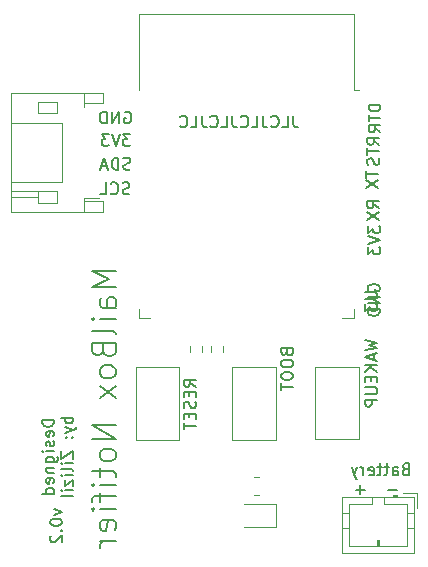
<source format=gbr>
%TF.GenerationSoftware,KiCad,Pcbnew,7.0.10-7.0.10~ubuntu22.04.1*%
%TF.CreationDate,2024-01-30T00:04:26+01:00*%
%TF.ProjectId,MailBox_LP_Notifier,4d61696c-426f-4785-9f4c-505f4e6f7469,rev?*%
%TF.SameCoordinates,Original*%
%TF.FileFunction,Legend,Bot*%
%TF.FilePolarity,Positive*%
%FSLAX46Y46*%
G04 Gerber Fmt 4.6, Leading zero omitted, Abs format (unit mm)*
G04 Created by KiCad (PCBNEW 7.0.10-7.0.10~ubuntu22.04.1) date 2024-01-30 00:04:26*
%MOMM*%
%LPD*%
G01*
G04 APERTURE LIST*
%ADD10C,0.150000*%
%ADD11C,0.120000*%
G04 APERTURE END LIST*
D10*
X119334619Y-89794152D02*
X118334619Y-89794152D01*
X118334619Y-89794152D02*
X118334619Y-90032247D01*
X118334619Y-90032247D02*
X118382238Y-90175104D01*
X118382238Y-90175104D02*
X118477476Y-90270342D01*
X118477476Y-90270342D02*
X118572714Y-90317961D01*
X118572714Y-90317961D02*
X118763190Y-90365580D01*
X118763190Y-90365580D02*
X118906047Y-90365580D01*
X118906047Y-90365580D02*
X119096523Y-90317961D01*
X119096523Y-90317961D02*
X119191761Y-90270342D01*
X119191761Y-90270342D02*
X119287000Y-90175104D01*
X119287000Y-90175104D02*
X119334619Y-90032247D01*
X119334619Y-90032247D02*
X119334619Y-89794152D01*
X119287000Y-91175104D02*
X119334619Y-91079866D01*
X119334619Y-91079866D02*
X119334619Y-90889390D01*
X119334619Y-90889390D02*
X119287000Y-90794152D01*
X119287000Y-90794152D02*
X119191761Y-90746533D01*
X119191761Y-90746533D02*
X118810809Y-90746533D01*
X118810809Y-90746533D02*
X118715571Y-90794152D01*
X118715571Y-90794152D02*
X118667952Y-90889390D01*
X118667952Y-90889390D02*
X118667952Y-91079866D01*
X118667952Y-91079866D02*
X118715571Y-91175104D01*
X118715571Y-91175104D02*
X118810809Y-91222723D01*
X118810809Y-91222723D02*
X118906047Y-91222723D01*
X118906047Y-91222723D02*
X119001285Y-90746533D01*
X119287000Y-91603676D02*
X119334619Y-91698914D01*
X119334619Y-91698914D02*
X119334619Y-91889390D01*
X119334619Y-91889390D02*
X119287000Y-91984628D01*
X119287000Y-91984628D02*
X119191761Y-92032247D01*
X119191761Y-92032247D02*
X119144142Y-92032247D01*
X119144142Y-92032247D02*
X119048904Y-91984628D01*
X119048904Y-91984628D02*
X119001285Y-91889390D01*
X119001285Y-91889390D02*
X119001285Y-91746533D01*
X119001285Y-91746533D02*
X118953666Y-91651295D01*
X118953666Y-91651295D02*
X118858428Y-91603676D01*
X118858428Y-91603676D02*
X118810809Y-91603676D01*
X118810809Y-91603676D02*
X118715571Y-91651295D01*
X118715571Y-91651295D02*
X118667952Y-91746533D01*
X118667952Y-91746533D02*
X118667952Y-91889390D01*
X118667952Y-91889390D02*
X118715571Y-91984628D01*
X119334619Y-92460819D02*
X118667952Y-92460819D01*
X118334619Y-92460819D02*
X118382238Y-92413200D01*
X118382238Y-92413200D02*
X118429857Y-92460819D01*
X118429857Y-92460819D02*
X118382238Y-92508438D01*
X118382238Y-92508438D02*
X118334619Y-92460819D01*
X118334619Y-92460819D02*
X118429857Y-92460819D01*
X118667952Y-93365580D02*
X119477476Y-93365580D01*
X119477476Y-93365580D02*
X119572714Y-93317961D01*
X119572714Y-93317961D02*
X119620333Y-93270342D01*
X119620333Y-93270342D02*
X119667952Y-93175104D01*
X119667952Y-93175104D02*
X119667952Y-93032247D01*
X119667952Y-93032247D02*
X119620333Y-92937009D01*
X119287000Y-93365580D02*
X119334619Y-93270342D01*
X119334619Y-93270342D02*
X119334619Y-93079866D01*
X119334619Y-93079866D02*
X119287000Y-92984628D01*
X119287000Y-92984628D02*
X119239380Y-92937009D01*
X119239380Y-92937009D02*
X119144142Y-92889390D01*
X119144142Y-92889390D02*
X118858428Y-92889390D01*
X118858428Y-92889390D02*
X118763190Y-92937009D01*
X118763190Y-92937009D02*
X118715571Y-92984628D01*
X118715571Y-92984628D02*
X118667952Y-93079866D01*
X118667952Y-93079866D02*
X118667952Y-93270342D01*
X118667952Y-93270342D02*
X118715571Y-93365580D01*
X118667952Y-93841771D02*
X119334619Y-93841771D01*
X118763190Y-93841771D02*
X118715571Y-93889390D01*
X118715571Y-93889390D02*
X118667952Y-93984628D01*
X118667952Y-93984628D02*
X118667952Y-94127485D01*
X118667952Y-94127485D02*
X118715571Y-94222723D01*
X118715571Y-94222723D02*
X118810809Y-94270342D01*
X118810809Y-94270342D02*
X119334619Y-94270342D01*
X119287000Y-95127485D02*
X119334619Y-95032247D01*
X119334619Y-95032247D02*
X119334619Y-94841771D01*
X119334619Y-94841771D02*
X119287000Y-94746533D01*
X119287000Y-94746533D02*
X119191761Y-94698914D01*
X119191761Y-94698914D02*
X118810809Y-94698914D01*
X118810809Y-94698914D02*
X118715571Y-94746533D01*
X118715571Y-94746533D02*
X118667952Y-94841771D01*
X118667952Y-94841771D02*
X118667952Y-95032247D01*
X118667952Y-95032247D02*
X118715571Y-95127485D01*
X118715571Y-95127485D02*
X118810809Y-95175104D01*
X118810809Y-95175104D02*
X118906047Y-95175104D01*
X118906047Y-95175104D02*
X119001285Y-94698914D01*
X119334619Y-96032247D02*
X118334619Y-96032247D01*
X119287000Y-96032247D02*
X119334619Y-95937009D01*
X119334619Y-95937009D02*
X119334619Y-95746533D01*
X119334619Y-95746533D02*
X119287000Y-95651295D01*
X119287000Y-95651295D02*
X119239380Y-95603676D01*
X119239380Y-95603676D02*
X119144142Y-95556057D01*
X119144142Y-95556057D02*
X118858428Y-95556057D01*
X118858428Y-95556057D02*
X118763190Y-95603676D01*
X118763190Y-95603676D02*
X118715571Y-95651295D01*
X118715571Y-95651295D02*
X118667952Y-95746533D01*
X118667952Y-95746533D02*
X118667952Y-95937009D01*
X118667952Y-95937009D02*
X118715571Y-96032247D01*
X120944619Y-89603677D02*
X119944619Y-89603677D01*
X120325571Y-89603677D02*
X120277952Y-89698915D01*
X120277952Y-89698915D02*
X120277952Y-89889391D01*
X120277952Y-89889391D02*
X120325571Y-89984629D01*
X120325571Y-89984629D02*
X120373190Y-90032248D01*
X120373190Y-90032248D02*
X120468428Y-90079867D01*
X120468428Y-90079867D02*
X120754142Y-90079867D01*
X120754142Y-90079867D02*
X120849380Y-90032248D01*
X120849380Y-90032248D02*
X120897000Y-89984629D01*
X120897000Y-89984629D02*
X120944619Y-89889391D01*
X120944619Y-89889391D02*
X120944619Y-89698915D01*
X120944619Y-89698915D02*
X120897000Y-89603677D01*
X120277952Y-90413201D02*
X120944619Y-90651296D01*
X120277952Y-90889391D02*
X120944619Y-90651296D01*
X120944619Y-90651296D02*
X121182714Y-90556058D01*
X121182714Y-90556058D02*
X121230333Y-90508439D01*
X121230333Y-90508439D02*
X121277952Y-90413201D01*
X120849380Y-91270344D02*
X120897000Y-91317963D01*
X120897000Y-91317963D02*
X120944619Y-91270344D01*
X120944619Y-91270344D02*
X120897000Y-91222725D01*
X120897000Y-91222725D02*
X120849380Y-91270344D01*
X120849380Y-91270344D02*
X120944619Y-91270344D01*
X120325571Y-91270344D02*
X120373190Y-91317963D01*
X120373190Y-91317963D02*
X120420809Y-91270344D01*
X120420809Y-91270344D02*
X120373190Y-91222725D01*
X120373190Y-91222725D02*
X120325571Y-91270344D01*
X120325571Y-91270344D02*
X120420809Y-91270344D01*
X119944619Y-92413201D02*
X119944619Y-93079867D01*
X119944619Y-93079867D02*
X120944619Y-92413201D01*
X120944619Y-92413201D02*
X120944619Y-93079867D01*
X120944619Y-93460820D02*
X120277952Y-93460820D01*
X119944619Y-93460820D02*
X119992238Y-93413201D01*
X119992238Y-93413201D02*
X120039857Y-93460820D01*
X120039857Y-93460820D02*
X119992238Y-93508439D01*
X119992238Y-93508439D02*
X119944619Y-93460820D01*
X119944619Y-93460820D02*
X120039857Y-93460820D01*
X120944619Y-94079867D02*
X120897000Y-93984629D01*
X120897000Y-93984629D02*
X120801761Y-93937010D01*
X120801761Y-93937010D02*
X119944619Y-93937010D01*
X120944619Y-94460820D02*
X120277952Y-94460820D01*
X119944619Y-94460820D02*
X119992238Y-94413201D01*
X119992238Y-94413201D02*
X120039857Y-94460820D01*
X120039857Y-94460820D02*
X119992238Y-94508439D01*
X119992238Y-94508439D02*
X119944619Y-94460820D01*
X119944619Y-94460820D02*
X120039857Y-94460820D01*
X120277952Y-94841772D02*
X120277952Y-95365581D01*
X120277952Y-95365581D02*
X120944619Y-94841772D01*
X120944619Y-94841772D02*
X120944619Y-95365581D01*
X120944619Y-95746534D02*
X120277952Y-95746534D01*
X119944619Y-95746534D02*
X119992238Y-95698915D01*
X119992238Y-95698915D02*
X120039857Y-95746534D01*
X120039857Y-95746534D02*
X119992238Y-95794153D01*
X119992238Y-95794153D02*
X119944619Y-95746534D01*
X119944619Y-95746534D02*
X120039857Y-95746534D01*
X120944619Y-96222724D02*
X119944619Y-96222724D01*
X119345952Y-97352029D02*
X120012619Y-97590124D01*
X120012619Y-97590124D02*
X119345952Y-97828219D01*
X119012619Y-98399648D02*
X119012619Y-98494886D01*
X119012619Y-98494886D02*
X119060238Y-98590124D01*
X119060238Y-98590124D02*
X119107857Y-98637743D01*
X119107857Y-98637743D02*
X119203095Y-98685362D01*
X119203095Y-98685362D02*
X119393571Y-98732981D01*
X119393571Y-98732981D02*
X119631666Y-98732981D01*
X119631666Y-98732981D02*
X119822142Y-98685362D01*
X119822142Y-98685362D02*
X119917380Y-98637743D01*
X119917380Y-98637743D02*
X119965000Y-98590124D01*
X119965000Y-98590124D02*
X120012619Y-98494886D01*
X120012619Y-98494886D02*
X120012619Y-98399648D01*
X120012619Y-98399648D02*
X119965000Y-98304410D01*
X119965000Y-98304410D02*
X119917380Y-98256791D01*
X119917380Y-98256791D02*
X119822142Y-98209172D01*
X119822142Y-98209172D02*
X119631666Y-98161553D01*
X119631666Y-98161553D02*
X119393571Y-98161553D01*
X119393571Y-98161553D02*
X119203095Y-98209172D01*
X119203095Y-98209172D02*
X119107857Y-98256791D01*
X119107857Y-98256791D02*
X119060238Y-98304410D01*
X119060238Y-98304410D02*
X119012619Y-98399648D01*
X119917380Y-99161553D02*
X119965000Y-99209172D01*
X119965000Y-99209172D02*
X120012619Y-99161553D01*
X120012619Y-99161553D02*
X119965000Y-99113934D01*
X119965000Y-99113934D02*
X119917380Y-99161553D01*
X119917380Y-99161553D02*
X120012619Y-99161553D01*
X119107857Y-99590124D02*
X119060238Y-99637743D01*
X119060238Y-99637743D02*
X119012619Y-99732981D01*
X119012619Y-99732981D02*
X119012619Y-99971076D01*
X119012619Y-99971076D02*
X119060238Y-100066314D01*
X119060238Y-100066314D02*
X119107857Y-100113933D01*
X119107857Y-100113933D02*
X119203095Y-100161552D01*
X119203095Y-100161552D02*
X119298333Y-100161552D01*
X119298333Y-100161552D02*
X119441190Y-100113933D01*
X119441190Y-100113933D02*
X120012619Y-99542505D01*
X120012619Y-99542505D02*
X120012619Y-100161552D01*
X139594648Y-64021619D02*
X139594648Y-64735904D01*
X139594648Y-64735904D02*
X139642267Y-64878761D01*
X139642267Y-64878761D02*
X139737505Y-64974000D01*
X139737505Y-64974000D02*
X139880362Y-65021619D01*
X139880362Y-65021619D02*
X139975600Y-65021619D01*
X138642267Y-65021619D02*
X139118457Y-65021619D01*
X139118457Y-65021619D02*
X139118457Y-64021619D01*
X137737505Y-64926380D02*
X137785124Y-64974000D01*
X137785124Y-64974000D02*
X137927981Y-65021619D01*
X137927981Y-65021619D02*
X138023219Y-65021619D01*
X138023219Y-65021619D02*
X138166076Y-64974000D01*
X138166076Y-64974000D02*
X138261314Y-64878761D01*
X138261314Y-64878761D02*
X138308933Y-64783523D01*
X138308933Y-64783523D02*
X138356552Y-64593047D01*
X138356552Y-64593047D02*
X138356552Y-64450190D01*
X138356552Y-64450190D02*
X138308933Y-64259714D01*
X138308933Y-64259714D02*
X138261314Y-64164476D01*
X138261314Y-64164476D02*
X138166076Y-64069238D01*
X138166076Y-64069238D02*
X138023219Y-64021619D01*
X138023219Y-64021619D02*
X137927981Y-64021619D01*
X137927981Y-64021619D02*
X137785124Y-64069238D01*
X137785124Y-64069238D02*
X137737505Y-64116857D01*
X137023219Y-64021619D02*
X137023219Y-64735904D01*
X137023219Y-64735904D02*
X137070838Y-64878761D01*
X137070838Y-64878761D02*
X137166076Y-64974000D01*
X137166076Y-64974000D02*
X137308933Y-65021619D01*
X137308933Y-65021619D02*
X137404171Y-65021619D01*
X136070838Y-65021619D02*
X136547028Y-65021619D01*
X136547028Y-65021619D02*
X136547028Y-64021619D01*
X135166076Y-64926380D02*
X135213695Y-64974000D01*
X135213695Y-64974000D02*
X135356552Y-65021619D01*
X135356552Y-65021619D02*
X135451790Y-65021619D01*
X135451790Y-65021619D02*
X135594647Y-64974000D01*
X135594647Y-64974000D02*
X135689885Y-64878761D01*
X135689885Y-64878761D02*
X135737504Y-64783523D01*
X135737504Y-64783523D02*
X135785123Y-64593047D01*
X135785123Y-64593047D02*
X135785123Y-64450190D01*
X135785123Y-64450190D02*
X135737504Y-64259714D01*
X135737504Y-64259714D02*
X135689885Y-64164476D01*
X135689885Y-64164476D02*
X135594647Y-64069238D01*
X135594647Y-64069238D02*
X135451790Y-64021619D01*
X135451790Y-64021619D02*
X135356552Y-64021619D01*
X135356552Y-64021619D02*
X135213695Y-64069238D01*
X135213695Y-64069238D02*
X135166076Y-64116857D01*
X134451790Y-64021619D02*
X134451790Y-64735904D01*
X134451790Y-64735904D02*
X134499409Y-64878761D01*
X134499409Y-64878761D02*
X134594647Y-64974000D01*
X134594647Y-64974000D02*
X134737504Y-65021619D01*
X134737504Y-65021619D02*
X134832742Y-65021619D01*
X133499409Y-65021619D02*
X133975599Y-65021619D01*
X133975599Y-65021619D02*
X133975599Y-64021619D01*
X132594647Y-64926380D02*
X132642266Y-64974000D01*
X132642266Y-64974000D02*
X132785123Y-65021619D01*
X132785123Y-65021619D02*
X132880361Y-65021619D01*
X132880361Y-65021619D02*
X133023218Y-64974000D01*
X133023218Y-64974000D02*
X133118456Y-64878761D01*
X133118456Y-64878761D02*
X133166075Y-64783523D01*
X133166075Y-64783523D02*
X133213694Y-64593047D01*
X133213694Y-64593047D02*
X133213694Y-64450190D01*
X133213694Y-64450190D02*
X133166075Y-64259714D01*
X133166075Y-64259714D02*
X133118456Y-64164476D01*
X133118456Y-64164476D02*
X133023218Y-64069238D01*
X133023218Y-64069238D02*
X132880361Y-64021619D01*
X132880361Y-64021619D02*
X132785123Y-64021619D01*
X132785123Y-64021619D02*
X132642266Y-64069238D01*
X132642266Y-64069238D02*
X132594647Y-64116857D01*
X131880361Y-64021619D02*
X131880361Y-64735904D01*
X131880361Y-64735904D02*
X131927980Y-64878761D01*
X131927980Y-64878761D02*
X132023218Y-64974000D01*
X132023218Y-64974000D02*
X132166075Y-65021619D01*
X132166075Y-65021619D02*
X132261313Y-65021619D01*
X130927980Y-65021619D02*
X131404170Y-65021619D01*
X131404170Y-65021619D02*
X131404170Y-64021619D01*
X130023218Y-64926380D02*
X130070837Y-64974000D01*
X130070837Y-64974000D02*
X130213694Y-65021619D01*
X130213694Y-65021619D02*
X130308932Y-65021619D01*
X130308932Y-65021619D02*
X130451789Y-64974000D01*
X130451789Y-64974000D02*
X130547027Y-64878761D01*
X130547027Y-64878761D02*
X130594646Y-64783523D01*
X130594646Y-64783523D02*
X130642265Y-64593047D01*
X130642265Y-64593047D02*
X130642265Y-64450190D01*
X130642265Y-64450190D02*
X130594646Y-64259714D01*
X130594646Y-64259714D02*
X130547027Y-64164476D01*
X130547027Y-64164476D02*
X130451789Y-64069238D01*
X130451789Y-64069238D02*
X130308932Y-64021619D01*
X130308932Y-64021619D02*
X130213694Y-64021619D01*
X130213694Y-64021619D02*
X130070837Y-64069238D01*
X130070837Y-64069238D02*
X130023218Y-64116857D01*
X125726675Y-70638200D02*
X125583818Y-70685819D01*
X125583818Y-70685819D02*
X125345723Y-70685819D01*
X125345723Y-70685819D02*
X125250485Y-70638200D01*
X125250485Y-70638200D02*
X125202866Y-70590580D01*
X125202866Y-70590580D02*
X125155247Y-70495342D01*
X125155247Y-70495342D02*
X125155247Y-70400104D01*
X125155247Y-70400104D02*
X125202866Y-70304866D01*
X125202866Y-70304866D02*
X125250485Y-70257247D01*
X125250485Y-70257247D02*
X125345723Y-70209628D01*
X125345723Y-70209628D02*
X125536199Y-70162009D01*
X125536199Y-70162009D02*
X125631437Y-70114390D01*
X125631437Y-70114390D02*
X125679056Y-70066771D01*
X125679056Y-70066771D02*
X125726675Y-69971533D01*
X125726675Y-69971533D02*
X125726675Y-69876295D01*
X125726675Y-69876295D02*
X125679056Y-69781057D01*
X125679056Y-69781057D02*
X125631437Y-69733438D01*
X125631437Y-69733438D02*
X125536199Y-69685819D01*
X125536199Y-69685819D02*
X125298104Y-69685819D01*
X125298104Y-69685819D02*
X125155247Y-69733438D01*
X124155247Y-70590580D02*
X124202866Y-70638200D01*
X124202866Y-70638200D02*
X124345723Y-70685819D01*
X124345723Y-70685819D02*
X124440961Y-70685819D01*
X124440961Y-70685819D02*
X124583818Y-70638200D01*
X124583818Y-70638200D02*
X124679056Y-70542961D01*
X124679056Y-70542961D02*
X124726675Y-70447723D01*
X124726675Y-70447723D02*
X124774294Y-70257247D01*
X124774294Y-70257247D02*
X124774294Y-70114390D01*
X124774294Y-70114390D02*
X124726675Y-69923914D01*
X124726675Y-69923914D02*
X124679056Y-69828676D01*
X124679056Y-69828676D02*
X124583818Y-69733438D01*
X124583818Y-69733438D02*
X124440961Y-69685819D01*
X124440961Y-69685819D02*
X124345723Y-69685819D01*
X124345723Y-69685819D02*
X124202866Y-69733438D01*
X124202866Y-69733438D02*
X124155247Y-69781057D01*
X123250485Y-70685819D02*
X123726675Y-70685819D01*
X123726675Y-70685819D02*
X123726675Y-69685819D01*
X145784219Y-68707095D02*
X145784219Y-69278523D01*
X146784219Y-68992809D02*
X145784219Y-68992809D01*
X145784219Y-69516619D02*
X146784219Y-70183285D01*
X145784219Y-70183285D02*
X146784219Y-69516619D01*
X145962019Y-73336305D02*
X145962019Y-73955352D01*
X145962019Y-73955352D02*
X146342971Y-73622019D01*
X146342971Y-73622019D02*
X146342971Y-73764876D01*
X146342971Y-73764876D02*
X146390590Y-73860114D01*
X146390590Y-73860114D02*
X146438209Y-73907733D01*
X146438209Y-73907733D02*
X146533447Y-73955352D01*
X146533447Y-73955352D02*
X146771542Y-73955352D01*
X146771542Y-73955352D02*
X146866780Y-73907733D01*
X146866780Y-73907733D02*
X146914400Y-73860114D01*
X146914400Y-73860114D02*
X146962019Y-73764876D01*
X146962019Y-73764876D02*
X146962019Y-73479162D01*
X146962019Y-73479162D02*
X146914400Y-73383924D01*
X146914400Y-73383924D02*
X146866780Y-73336305D01*
X145962019Y-74241067D02*
X146962019Y-74574400D01*
X146962019Y-74574400D02*
X145962019Y-74907733D01*
X145962019Y-75145829D02*
X145962019Y-75764876D01*
X145962019Y-75764876D02*
X146342971Y-75431543D01*
X146342971Y-75431543D02*
X146342971Y-75574400D01*
X146342971Y-75574400D02*
X146390590Y-75669638D01*
X146390590Y-75669638D02*
X146438209Y-75717257D01*
X146438209Y-75717257D02*
X146533447Y-75764876D01*
X146533447Y-75764876D02*
X146771542Y-75764876D01*
X146771542Y-75764876D02*
X146866780Y-75717257D01*
X146866780Y-75717257D02*
X146914400Y-75669638D01*
X146914400Y-75669638D02*
X146962019Y-75574400D01*
X146962019Y-75574400D02*
X146962019Y-75288686D01*
X146962019Y-75288686D02*
X146914400Y-75193448D01*
X146914400Y-75193448D02*
X146866780Y-75145829D01*
X145958838Y-78867095D02*
X145911219Y-78771857D01*
X145911219Y-78771857D02*
X145911219Y-78629000D01*
X145911219Y-78629000D02*
X145958838Y-78486143D01*
X145958838Y-78486143D02*
X146054076Y-78390905D01*
X146054076Y-78390905D02*
X146149314Y-78343286D01*
X146149314Y-78343286D02*
X146339790Y-78295667D01*
X146339790Y-78295667D02*
X146482647Y-78295667D01*
X146482647Y-78295667D02*
X146673123Y-78343286D01*
X146673123Y-78343286D02*
X146768361Y-78390905D01*
X146768361Y-78390905D02*
X146863600Y-78486143D01*
X146863600Y-78486143D02*
X146911219Y-78629000D01*
X146911219Y-78629000D02*
X146911219Y-78724238D01*
X146911219Y-78724238D02*
X146863600Y-78867095D01*
X146863600Y-78867095D02*
X146815980Y-78914714D01*
X146815980Y-78914714D02*
X146482647Y-78914714D01*
X146482647Y-78914714D02*
X146482647Y-78724238D01*
X146911219Y-79343286D02*
X145911219Y-79343286D01*
X145911219Y-79343286D02*
X146911219Y-79914714D01*
X146911219Y-79914714D02*
X145911219Y-79914714D01*
X146911219Y-80390905D02*
X145911219Y-80390905D01*
X145911219Y-80390905D02*
X145911219Y-80629000D01*
X145911219Y-80629000D02*
X145958838Y-80771857D01*
X145958838Y-80771857D02*
X146054076Y-80867095D01*
X146054076Y-80867095D02*
X146149314Y-80914714D01*
X146149314Y-80914714D02*
X146339790Y-80962333D01*
X146339790Y-80962333D02*
X146482647Y-80962333D01*
X146482647Y-80962333D02*
X146673123Y-80914714D01*
X146673123Y-80914714D02*
X146768361Y-80867095D01*
X146768361Y-80867095D02*
X146863600Y-80771857D01*
X146863600Y-80771857D02*
X146911219Y-80629000D01*
X146911219Y-80629000D02*
X146911219Y-80390905D01*
X125801285Y-68555400D02*
X125658428Y-68603019D01*
X125658428Y-68603019D02*
X125420333Y-68603019D01*
X125420333Y-68603019D02*
X125325095Y-68555400D01*
X125325095Y-68555400D02*
X125277476Y-68507780D01*
X125277476Y-68507780D02*
X125229857Y-68412542D01*
X125229857Y-68412542D02*
X125229857Y-68317304D01*
X125229857Y-68317304D02*
X125277476Y-68222066D01*
X125277476Y-68222066D02*
X125325095Y-68174447D01*
X125325095Y-68174447D02*
X125420333Y-68126828D01*
X125420333Y-68126828D02*
X125610809Y-68079209D01*
X125610809Y-68079209D02*
X125706047Y-68031590D01*
X125706047Y-68031590D02*
X125753666Y-67983971D01*
X125753666Y-67983971D02*
X125801285Y-67888733D01*
X125801285Y-67888733D02*
X125801285Y-67793495D01*
X125801285Y-67793495D02*
X125753666Y-67698257D01*
X125753666Y-67698257D02*
X125706047Y-67650638D01*
X125706047Y-67650638D02*
X125610809Y-67603019D01*
X125610809Y-67603019D02*
X125372714Y-67603019D01*
X125372714Y-67603019D02*
X125229857Y-67650638D01*
X124801285Y-68603019D02*
X124801285Y-67603019D01*
X124801285Y-67603019D02*
X124563190Y-67603019D01*
X124563190Y-67603019D02*
X124420333Y-67650638D01*
X124420333Y-67650638D02*
X124325095Y-67745876D01*
X124325095Y-67745876D02*
X124277476Y-67841114D01*
X124277476Y-67841114D02*
X124229857Y-68031590D01*
X124229857Y-68031590D02*
X124229857Y-68174447D01*
X124229857Y-68174447D02*
X124277476Y-68364923D01*
X124277476Y-68364923D02*
X124325095Y-68460161D01*
X124325095Y-68460161D02*
X124420333Y-68555400D01*
X124420333Y-68555400D02*
X124563190Y-68603019D01*
X124563190Y-68603019D02*
X124801285Y-68603019D01*
X123848904Y-68317304D02*
X123372714Y-68317304D01*
X123944142Y-68603019D02*
X123610809Y-67603019D01*
X123610809Y-67603019D02*
X123277476Y-68603019D01*
X125799694Y-65596419D02*
X125180647Y-65596419D01*
X125180647Y-65596419D02*
X125513980Y-65977371D01*
X125513980Y-65977371D02*
X125371123Y-65977371D01*
X125371123Y-65977371D02*
X125275885Y-66024990D01*
X125275885Y-66024990D02*
X125228266Y-66072609D01*
X125228266Y-66072609D02*
X125180647Y-66167847D01*
X125180647Y-66167847D02*
X125180647Y-66405942D01*
X125180647Y-66405942D02*
X125228266Y-66501180D01*
X125228266Y-66501180D02*
X125275885Y-66548800D01*
X125275885Y-66548800D02*
X125371123Y-66596419D01*
X125371123Y-66596419D02*
X125656837Y-66596419D01*
X125656837Y-66596419D02*
X125752075Y-66548800D01*
X125752075Y-66548800D02*
X125799694Y-66501180D01*
X124894932Y-65596419D02*
X124561599Y-66596419D01*
X124561599Y-66596419D02*
X124228266Y-65596419D01*
X123990170Y-65596419D02*
X123371123Y-65596419D01*
X123371123Y-65596419D02*
X123704456Y-65977371D01*
X123704456Y-65977371D02*
X123561599Y-65977371D01*
X123561599Y-65977371D02*
X123466361Y-66024990D01*
X123466361Y-66024990D02*
X123418742Y-66072609D01*
X123418742Y-66072609D02*
X123371123Y-66167847D01*
X123371123Y-66167847D02*
X123371123Y-66405942D01*
X123371123Y-66405942D02*
X123418742Y-66501180D01*
X123418742Y-66501180D02*
X123466361Y-66548800D01*
X123466361Y-66548800D02*
X123561599Y-66596419D01*
X123561599Y-66596419D02*
X123847313Y-66596419D01*
X123847313Y-66596419D02*
X123942551Y-66548800D01*
X123942551Y-66548800D02*
X123990170Y-66501180D01*
X146885819Y-66482980D02*
X146409628Y-66149647D01*
X146885819Y-65911552D02*
X145885819Y-65911552D01*
X145885819Y-65911552D02*
X145885819Y-66292504D01*
X145885819Y-66292504D02*
X145933438Y-66387742D01*
X145933438Y-66387742D02*
X145981057Y-66435361D01*
X145981057Y-66435361D02*
X146076295Y-66482980D01*
X146076295Y-66482980D02*
X146219152Y-66482980D01*
X146219152Y-66482980D02*
X146314390Y-66435361D01*
X146314390Y-66435361D02*
X146362009Y-66387742D01*
X146362009Y-66387742D02*
X146409628Y-66292504D01*
X146409628Y-66292504D02*
X146409628Y-65911552D01*
X145885819Y-66768695D02*
X145885819Y-67340123D01*
X146885819Y-67054409D02*
X145885819Y-67054409D01*
X146838200Y-67625838D02*
X146885819Y-67768695D01*
X146885819Y-67768695D02*
X146885819Y-68006790D01*
X146885819Y-68006790D02*
X146838200Y-68102028D01*
X146838200Y-68102028D02*
X146790580Y-68149647D01*
X146790580Y-68149647D02*
X146695342Y-68197266D01*
X146695342Y-68197266D02*
X146600104Y-68197266D01*
X146600104Y-68197266D02*
X146504866Y-68149647D01*
X146504866Y-68149647D02*
X146457247Y-68102028D01*
X146457247Y-68102028D02*
X146409628Y-68006790D01*
X146409628Y-68006790D02*
X146362009Y-67816314D01*
X146362009Y-67816314D02*
X146314390Y-67721076D01*
X146314390Y-67721076D02*
X146266771Y-67673457D01*
X146266771Y-67673457D02*
X146171533Y-67625838D01*
X146171533Y-67625838D02*
X146076295Y-67625838D01*
X146076295Y-67625838D02*
X145981057Y-67673457D01*
X145981057Y-67673457D02*
X145933438Y-67721076D01*
X145933438Y-67721076D02*
X145885819Y-67816314D01*
X145885819Y-67816314D02*
X145885819Y-68054409D01*
X145885819Y-68054409D02*
X145933438Y-68197266D01*
X124564638Y-77176171D02*
X122564638Y-77176171D01*
X122564638Y-77176171D02*
X123993209Y-77842838D01*
X123993209Y-77842838D02*
X122564638Y-78509504D01*
X122564638Y-78509504D02*
X124564638Y-78509504D01*
X124564638Y-80319028D02*
X123517019Y-80319028D01*
X123517019Y-80319028D02*
X123326542Y-80223790D01*
X123326542Y-80223790D02*
X123231304Y-80033314D01*
X123231304Y-80033314D02*
X123231304Y-79652361D01*
X123231304Y-79652361D02*
X123326542Y-79461885D01*
X124469400Y-80319028D02*
X124564638Y-80128552D01*
X124564638Y-80128552D02*
X124564638Y-79652361D01*
X124564638Y-79652361D02*
X124469400Y-79461885D01*
X124469400Y-79461885D02*
X124278923Y-79366647D01*
X124278923Y-79366647D02*
X124088447Y-79366647D01*
X124088447Y-79366647D02*
X123897971Y-79461885D01*
X123897971Y-79461885D02*
X123802733Y-79652361D01*
X123802733Y-79652361D02*
X123802733Y-80128552D01*
X123802733Y-80128552D02*
X123707495Y-80319028D01*
X124564638Y-81271409D02*
X123231304Y-81271409D01*
X122564638Y-81271409D02*
X122659876Y-81176171D01*
X122659876Y-81176171D02*
X122755114Y-81271409D01*
X122755114Y-81271409D02*
X122659876Y-81366647D01*
X122659876Y-81366647D02*
X122564638Y-81271409D01*
X122564638Y-81271409D02*
X122755114Y-81271409D01*
X124564638Y-82509504D02*
X124469400Y-82319028D01*
X124469400Y-82319028D02*
X124278923Y-82223790D01*
X124278923Y-82223790D02*
X122564638Y-82223790D01*
X123517019Y-83938076D02*
X123612257Y-84223790D01*
X123612257Y-84223790D02*
X123707495Y-84319028D01*
X123707495Y-84319028D02*
X123897971Y-84414266D01*
X123897971Y-84414266D02*
X124183685Y-84414266D01*
X124183685Y-84414266D02*
X124374161Y-84319028D01*
X124374161Y-84319028D02*
X124469400Y-84223790D01*
X124469400Y-84223790D02*
X124564638Y-84033314D01*
X124564638Y-84033314D02*
X124564638Y-83271409D01*
X124564638Y-83271409D02*
X122564638Y-83271409D01*
X122564638Y-83271409D02*
X122564638Y-83938076D01*
X122564638Y-83938076D02*
X122659876Y-84128552D01*
X122659876Y-84128552D02*
X122755114Y-84223790D01*
X122755114Y-84223790D02*
X122945590Y-84319028D01*
X122945590Y-84319028D02*
X123136066Y-84319028D01*
X123136066Y-84319028D02*
X123326542Y-84223790D01*
X123326542Y-84223790D02*
X123421780Y-84128552D01*
X123421780Y-84128552D02*
X123517019Y-83938076D01*
X123517019Y-83938076D02*
X123517019Y-83271409D01*
X124564638Y-85557123D02*
X124469400Y-85366647D01*
X124469400Y-85366647D02*
X124374161Y-85271409D01*
X124374161Y-85271409D02*
X124183685Y-85176171D01*
X124183685Y-85176171D02*
X123612257Y-85176171D01*
X123612257Y-85176171D02*
X123421780Y-85271409D01*
X123421780Y-85271409D02*
X123326542Y-85366647D01*
X123326542Y-85366647D02*
X123231304Y-85557123D01*
X123231304Y-85557123D02*
X123231304Y-85842838D01*
X123231304Y-85842838D02*
X123326542Y-86033314D01*
X123326542Y-86033314D02*
X123421780Y-86128552D01*
X123421780Y-86128552D02*
X123612257Y-86223790D01*
X123612257Y-86223790D02*
X124183685Y-86223790D01*
X124183685Y-86223790D02*
X124374161Y-86128552D01*
X124374161Y-86128552D02*
X124469400Y-86033314D01*
X124469400Y-86033314D02*
X124564638Y-85842838D01*
X124564638Y-85842838D02*
X124564638Y-85557123D01*
X124564638Y-86890457D02*
X123231304Y-87938076D01*
X123231304Y-86890457D02*
X124564638Y-87938076D01*
X124564638Y-90223791D02*
X122564638Y-90223791D01*
X122564638Y-90223791D02*
X124564638Y-91366648D01*
X124564638Y-91366648D02*
X122564638Y-91366648D01*
X124564638Y-92604743D02*
X124469400Y-92414267D01*
X124469400Y-92414267D02*
X124374161Y-92319029D01*
X124374161Y-92319029D02*
X124183685Y-92223791D01*
X124183685Y-92223791D02*
X123612257Y-92223791D01*
X123612257Y-92223791D02*
X123421780Y-92319029D01*
X123421780Y-92319029D02*
X123326542Y-92414267D01*
X123326542Y-92414267D02*
X123231304Y-92604743D01*
X123231304Y-92604743D02*
X123231304Y-92890458D01*
X123231304Y-92890458D02*
X123326542Y-93080934D01*
X123326542Y-93080934D02*
X123421780Y-93176172D01*
X123421780Y-93176172D02*
X123612257Y-93271410D01*
X123612257Y-93271410D02*
X124183685Y-93271410D01*
X124183685Y-93271410D02*
X124374161Y-93176172D01*
X124374161Y-93176172D02*
X124469400Y-93080934D01*
X124469400Y-93080934D02*
X124564638Y-92890458D01*
X124564638Y-92890458D02*
X124564638Y-92604743D01*
X123231304Y-93842839D02*
X123231304Y-94604743D01*
X122564638Y-94128553D02*
X124278923Y-94128553D01*
X124278923Y-94128553D02*
X124469400Y-94223791D01*
X124469400Y-94223791D02*
X124564638Y-94414267D01*
X124564638Y-94414267D02*
X124564638Y-94604743D01*
X124564638Y-95271410D02*
X123231304Y-95271410D01*
X122564638Y-95271410D02*
X122659876Y-95176172D01*
X122659876Y-95176172D02*
X122755114Y-95271410D01*
X122755114Y-95271410D02*
X122659876Y-95366648D01*
X122659876Y-95366648D02*
X122564638Y-95271410D01*
X122564638Y-95271410D02*
X122755114Y-95271410D01*
X123231304Y-95938077D02*
X123231304Y-96699981D01*
X124564638Y-96223791D02*
X122850352Y-96223791D01*
X122850352Y-96223791D02*
X122659876Y-96319029D01*
X122659876Y-96319029D02*
X122564638Y-96509505D01*
X122564638Y-96509505D02*
X122564638Y-96699981D01*
X124564638Y-97366648D02*
X123231304Y-97366648D01*
X122564638Y-97366648D02*
X122659876Y-97271410D01*
X122659876Y-97271410D02*
X122755114Y-97366648D01*
X122755114Y-97366648D02*
X122659876Y-97461886D01*
X122659876Y-97461886D02*
X122564638Y-97366648D01*
X122564638Y-97366648D02*
X122755114Y-97366648D01*
X124469400Y-99080934D02*
X124564638Y-98890458D01*
X124564638Y-98890458D02*
X124564638Y-98509505D01*
X124564638Y-98509505D02*
X124469400Y-98319029D01*
X124469400Y-98319029D02*
X124278923Y-98223791D01*
X124278923Y-98223791D02*
X123517019Y-98223791D01*
X123517019Y-98223791D02*
X123326542Y-98319029D01*
X123326542Y-98319029D02*
X123231304Y-98509505D01*
X123231304Y-98509505D02*
X123231304Y-98890458D01*
X123231304Y-98890458D02*
X123326542Y-99080934D01*
X123326542Y-99080934D02*
X123517019Y-99176172D01*
X123517019Y-99176172D02*
X123707495Y-99176172D01*
X123707495Y-99176172D02*
X123897971Y-98223791D01*
X124564638Y-100033315D02*
X123231304Y-100033315D01*
X123612257Y-100033315D02*
X123421780Y-100128553D01*
X123421780Y-100128553D02*
X123326542Y-100223791D01*
X123326542Y-100223791D02*
X123231304Y-100414267D01*
X123231304Y-100414267D02*
X123231304Y-100604744D01*
X125323504Y-63739038D02*
X125418742Y-63691419D01*
X125418742Y-63691419D02*
X125561599Y-63691419D01*
X125561599Y-63691419D02*
X125704456Y-63739038D01*
X125704456Y-63739038D02*
X125799694Y-63834276D01*
X125799694Y-63834276D02*
X125847313Y-63929514D01*
X125847313Y-63929514D02*
X125894932Y-64119990D01*
X125894932Y-64119990D02*
X125894932Y-64262847D01*
X125894932Y-64262847D02*
X125847313Y-64453323D01*
X125847313Y-64453323D02*
X125799694Y-64548561D01*
X125799694Y-64548561D02*
X125704456Y-64643800D01*
X125704456Y-64643800D02*
X125561599Y-64691419D01*
X125561599Y-64691419D02*
X125466361Y-64691419D01*
X125466361Y-64691419D02*
X125323504Y-64643800D01*
X125323504Y-64643800D02*
X125275885Y-64596180D01*
X125275885Y-64596180D02*
X125275885Y-64262847D01*
X125275885Y-64262847D02*
X125466361Y-64262847D01*
X124847313Y-64691419D02*
X124847313Y-63691419D01*
X124847313Y-63691419D02*
X124275885Y-64691419D01*
X124275885Y-64691419D02*
X124275885Y-63691419D01*
X123799694Y-64691419D02*
X123799694Y-63691419D01*
X123799694Y-63691419D02*
X123561599Y-63691419D01*
X123561599Y-63691419D02*
X123418742Y-63739038D01*
X123418742Y-63739038D02*
X123323504Y-63834276D01*
X123323504Y-63834276D02*
X123275885Y-63929514D01*
X123275885Y-63929514D02*
X123228266Y-64119990D01*
X123228266Y-64119990D02*
X123228266Y-64262847D01*
X123228266Y-64262847D02*
X123275885Y-64453323D01*
X123275885Y-64453323D02*
X123323504Y-64548561D01*
X123323504Y-64548561D02*
X123418742Y-64643800D01*
X123418742Y-64643800D02*
X123561599Y-64691419D01*
X123561599Y-64691419D02*
X123799694Y-64691419D01*
X149112029Y-93944209D02*
X148969172Y-93991828D01*
X148969172Y-93991828D02*
X148921553Y-94039447D01*
X148921553Y-94039447D02*
X148873934Y-94134685D01*
X148873934Y-94134685D02*
X148873934Y-94277542D01*
X148873934Y-94277542D02*
X148921553Y-94372780D01*
X148921553Y-94372780D02*
X148969172Y-94420400D01*
X148969172Y-94420400D02*
X149064410Y-94468019D01*
X149064410Y-94468019D02*
X149445362Y-94468019D01*
X149445362Y-94468019D02*
X149445362Y-93468019D01*
X149445362Y-93468019D02*
X149112029Y-93468019D01*
X149112029Y-93468019D02*
X149016791Y-93515638D01*
X149016791Y-93515638D02*
X148969172Y-93563257D01*
X148969172Y-93563257D02*
X148921553Y-93658495D01*
X148921553Y-93658495D02*
X148921553Y-93753733D01*
X148921553Y-93753733D02*
X148969172Y-93848971D01*
X148969172Y-93848971D02*
X149016791Y-93896590D01*
X149016791Y-93896590D02*
X149112029Y-93944209D01*
X149112029Y-93944209D02*
X149445362Y-93944209D01*
X148016791Y-94468019D02*
X148016791Y-93944209D01*
X148016791Y-93944209D02*
X148064410Y-93848971D01*
X148064410Y-93848971D02*
X148159648Y-93801352D01*
X148159648Y-93801352D02*
X148350124Y-93801352D01*
X148350124Y-93801352D02*
X148445362Y-93848971D01*
X148016791Y-94420400D02*
X148112029Y-94468019D01*
X148112029Y-94468019D02*
X148350124Y-94468019D01*
X148350124Y-94468019D02*
X148445362Y-94420400D01*
X148445362Y-94420400D02*
X148492981Y-94325161D01*
X148492981Y-94325161D02*
X148492981Y-94229923D01*
X148492981Y-94229923D02*
X148445362Y-94134685D01*
X148445362Y-94134685D02*
X148350124Y-94087066D01*
X148350124Y-94087066D02*
X148112029Y-94087066D01*
X148112029Y-94087066D02*
X148016791Y-94039447D01*
X147683457Y-93801352D02*
X147302505Y-93801352D01*
X147540600Y-93468019D02*
X147540600Y-94325161D01*
X147540600Y-94325161D02*
X147492981Y-94420400D01*
X147492981Y-94420400D02*
X147397743Y-94468019D01*
X147397743Y-94468019D02*
X147302505Y-94468019D01*
X147112028Y-93801352D02*
X146731076Y-93801352D01*
X146969171Y-93468019D02*
X146969171Y-94325161D01*
X146969171Y-94325161D02*
X146921552Y-94420400D01*
X146921552Y-94420400D02*
X146826314Y-94468019D01*
X146826314Y-94468019D02*
X146731076Y-94468019D01*
X146016790Y-94420400D02*
X146112028Y-94468019D01*
X146112028Y-94468019D02*
X146302504Y-94468019D01*
X146302504Y-94468019D02*
X146397742Y-94420400D01*
X146397742Y-94420400D02*
X146445361Y-94325161D01*
X146445361Y-94325161D02*
X146445361Y-93944209D01*
X146445361Y-93944209D02*
X146397742Y-93848971D01*
X146397742Y-93848971D02*
X146302504Y-93801352D01*
X146302504Y-93801352D02*
X146112028Y-93801352D01*
X146112028Y-93801352D02*
X146016790Y-93848971D01*
X146016790Y-93848971D02*
X145969171Y-93944209D01*
X145969171Y-93944209D02*
X145969171Y-94039447D01*
X145969171Y-94039447D02*
X146445361Y-94134685D01*
X145540599Y-94468019D02*
X145540599Y-93801352D01*
X145540599Y-93991828D02*
X145492980Y-93896590D01*
X145492980Y-93896590D02*
X145445361Y-93848971D01*
X145445361Y-93848971D02*
X145350123Y-93801352D01*
X145350123Y-93801352D02*
X145254885Y-93801352D01*
X145016789Y-93801352D02*
X144778694Y-94468019D01*
X144540599Y-93801352D02*
X144778694Y-94468019D01*
X144778694Y-94468019D02*
X144873932Y-94706114D01*
X144873932Y-94706114D02*
X144921551Y-94753733D01*
X144921551Y-94753733D02*
X145016789Y-94801352D01*
X148421551Y-95697066D02*
X147659647Y-95697066D01*
X145659646Y-95697066D02*
X144897742Y-95697066D01*
X145278694Y-96078019D02*
X145278694Y-95316114D01*
X146860419Y-71867733D02*
X146384228Y-71534400D01*
X146860419Y-71296305D02*
X145860419Y-71296305D01*
X145860419Y-71296305D02*
X145860419Y-71677257D01*
X145860419Y-71677257D02*
X145908038Y-71772495D01*
X145908038Y-71772495D02*
X145955657Y-71820114D01*
X145955657Y-71820114D02*
X146050895Y-71867733D01*
X146050895Y-71867733D02*
X146193752Y-71867733D01*
X146193752Y-71867733D02*
X146288990Y-71820114D01*
X146288990Y-71820114D02*
X146336609Y-71772495D01*
X146336609Y-71772495D02*
X146384228Y-71677257D01*
X146384228Y-71677257D02*
X146384228Y-71296305D01*
X145860419Y-72201067D02*
X146860419Y-72867733D01*
X145860419Y-72867733D02*
X146860419Y-72201067D01*
X146987419Y-63093743D02*
X145987419Y-63093743D01*
X145987419Y-63093743D02*
X145987419Y-63331838D01*
X145987419Y-63331838D02*
X146035038Y-63474695D01*
X146035038Y-63474695D02*
X146130276Y-63569933D01*
X146130276Y-63569933D02*
X146225514Y-63617552D01*
X146225514Y-63617552D02*
X146415990Y-63665171D01*
X146415990Y-63665171D02*
X146558847Y-63665171D01*
X146558847Y-63665171D02*
X146749323Y-63617552D01*
X146749323Y-63617552D02*
X146844561Y-63569933D01*
X146844561Y-63569933D02*
X146939800Y-63474695D01*
X146939800Y-63474695D02*
X146987419Y-63331838D01*
X146987419Y-63331838D02*
X146987419Y-63093743D01*
X145987419Y-63950886D02*
X145987419Y-64522314D01*
X146987419Y-64236600D02*
X145987419Y-64236600D01*
X146987419Y-65427076D02*
X146511228Y-65093743D01*
X146987419Y-64855648D02*
X145987419Y-64855648D01*
X145987419Y-64855648D02*
X145987419Y-65236600D01*
X145987419Y-65236600D02*
X146035038Y-65331838D01*
X146035038Y-65331838D02*
X146082657Y-65379457D01*
X146082657Y-65379457D02*
X146177895Y-65427076D01*
X146177895Y-65427076D02*
X146320752Y-65427076D01*
X146320752Y-65427076D02*
X146415990Y-65379457D01*
X146415990Y-65379457D02*
X146463609Y-65331838D01*
X146463609Y-65331838D02*
X146511228Y-65236600D01*
X146511228Y-65236600D02*
X146511228Y-64855648D01*
X145700819Y-78983495D02*
X146510342Y-78983495D01*
X146510342Y-78983495D02*
X146605580Y-79031114D01*
X146605580Y-79031114D02*
X146653200Y-79078733D01*
X146653200Y-79078733D02*
X146700819Y-79173971D01*
X146700819Y-79173971D02*
X146700819Y-79364447D01*
X146700819Y-79364447D02*
X146653200Y-79459685D01*
X146653200Y-79459685D02*
X146605580Y-79507304D01*
X146605580Y-79507304D02*
X146510342Y-79554923D01*
X146510342Y-79554923D02*
X145700819Y-79554923D01*
X145700819Y-79935876D02*
X145700819Y-80554923D01*
X145700819Y-80554923D02*
X146081771Y-80221590D01*
X146081771Y-80221590D02*
X146081771Y-80364447D01*
X146081771Y-80364447D02*
X146129390Y-80459685D01*
X146129390Y-80459685D02*
X146177009Y-80507304D01*
X146177009Y-80507304D02*
X146272247Y-80554923D01*
X146272247Y-80554923D02*
X146510342Y-80554923D01*
X146510342Y-80554923D02*
X146605580Y-80507304D01*
X146605580Y-80507304D02*
X146653200Y-80459685D01*
X146653200Y-80459685D02*
X146700819Y-80364447D01*
X146700819Y-80364447D02*
X146700819Y-80078733D01*
X146700819Y-80078733D02*
X146653200Y-79983495D01*
X146653200Y-79983495D02*
X146605580Y-79935876D01*
X139046809Y-84063057D02*
X139094428Y-84205914D01*
X139094428Y-84205914D02*
X139142047Y-84253533D01*
X139142047Y-84253533D02*
X139237285Y-84301152D01*
X139237285Y-84301152D02*
X139380142Y-84301152D01*
X139380142Y-84301152D02*
X139475380Y-84253533D01*
X139475380Y-84253533D02*
X139523000Y-84205914D01*
X139523000Y-84205914D02*
X139570619Y-84110676D01*
X139570619Y-84110676D02*
X139570619Y-83729724D01*
X139570619Y-83729724D02*
X138570619Y-83729724D01*
X138570619Y-83729724D02*
X138570619Y-84063057D01*
X138570619Y-84063057D02*
X138618238Y-84158295D01*
X138618238Y-84158295D02*
X138665857Y-84205914D01*
X138665857Y-84205914D02*
X138761095Y-84253533D01*
X138761095Y-84253533D02*
X138856333Y-84253533D01*
X138856333Y-84253533D02*
X138951571Y-84205914D01*
X138951571Y-84205914D02*
X138999190Y-84158295D01*
X138999190Y-84158295D02*
X139046809Y-84063057D01*
X139046809Y-84063057D02*
X139046809Y-83729724D01*
X138570619Y-84920200D02*
X138570619Y-85110676D01*
X138570619Y-85110676D02*
X138618238Y-85205914D01*
X138618238Y-85205914D02*
X138713476Y-85301152D01*
X138713476Y-85301152D02*
X138903952Y-85348771D01*
X138903952Y-85348771D02*
X139237285Y-85348771D01*
X139237285Y-85348771D02*
X139427761Y-85301152D01*
X139427761Y-85301152D02*
X139523000Y-85205914D01*
X139523000Y-85205914D02*
X139570619Y-85110676D01*
X139570619Y-85110676D02*
X139570619Y-84920200D01*
X139570619Y-84920200D02*
X139523000Y-84824962D01*
X139523000Y-84824962D02*
X139427761Y-84729724D01*
X139427761Y-84729724D02*
X139237285Y-84682105D01*
X139237285Y-84682105D02*
X138903952Y-84682105D01*
X138903952Y-84682105D02*
X138713476Y-84729724D01*
X138713476Y-84729724D02*
X138618238Y-84824962D01*
X138618238Y-84824962D02*
X138570619Y-84920200D01*
X138570619Y-85967819D02*
X138570619Y-86158295D01*
X138570619Y-86158295D02*
X138618238Y-86253533D01*
X138618238Y-86253533D02*
X138713476Y-86348771D01*
X138713476Y-86348771D02*
X138903952Y-86396390D01*
X138903952Y-86396390D02*
X139237285Y-86396390D01*
X139237285Y-86396390D02*
X139427761Y-86348771D01*
X139427761Y-86348771D02*
X139523000Y-86253533D01*
X139523000Y-86253533D02*
X139570619Y-86158295D01*
X139570619Y-86158295D02*
X139570619Y-85967819D01*
X139570619Y-85967819D02*
X139523000Y-85872581D01*
X139523000Y-85872581D02*
X139427761Y-85777343D01*
X139427761Y-85777343D02*
X139237285Y-85729724D01*
X139237285Y-85729724D02*
X138903952Y-85729724D01*
X138903952Y-85729724D02*
X138713476Y-85777343D01*
X138713476Y-85777343D02*
X138618238Y-85872581D01*
X138618238Y-85872581D02*
X138570619Y-85967819D01*
X138570619Y-86682105D02*
X138570619Y-87253533D01*
X139570619Y-86967819D02*
X138570619Y-86967819D01*
X145708019Y-83044067D02*
X146708019Y-83282162D01*
X146708019Y-83282162D02*
X145993733Y-83472638D01*
X145993733Y-83472638D02*
X146708019Y-83663114D01*
X146708019Y-83663114D02*
X145708019Y-83901210D01*
X146422304Y-84234543D02*
X146422304Y-84710733D01*
X146708019Y-84139305D02*
X145708019Y-84472638D01*
X145708019Y-84472638D02*
X146708019Y-84805971D01*
X146708019Y-85139305D02*
X145708019Y-85139305D01*
X146708019Y-85710733D02*
X146136590Y-85282162D01*
X145708019Y-85710733D02*
X146279447Y-85139305D01*
X146184209Y-86139305D02*
X146184209Y-86472638D01*
X146708019Y-86615495D02*
X146708019Y-86139305D01*
X146708019Y-86139305D02*
X145708019Y-86139305D01*
X145708019Y-86139305D02*
X145708019Y-86615495D01*
X145708019Y-87044067D02*
X146517542Y-87044067D01*
X146517542Y-87044067D02*
X146612780Y-87091686D01*
X146612780Y-87091686D02*
X146660400Y-87139305D01*
X146660400Y-87139305D02*
X146708019Y-87234543D01*
X146708019Y-87234543D02*
X146708019Y-87425019D01*
X146708019Y-87425019D02*
X146660400Y-87520257D01*
X146660400Y-87520257D02*
X146612780Y-87567876D01*
X146612780Y-87567876D02*
X146517542Y-87615495D01*
X146517542Y-87615495D02*
X145708019Y-87615495D01*
X146708019Y-88091686D02*
X145708019Y-88091686D01*
X145708019Y-88091686D02*
X145708019Y-88472638D01*
X145708019Y-88472638D02*
X145755638Y-88567876D01*
X145755638Y-88567876D02*
X145803257Y-88615495D01*
X145803257Y-88615495D02*
X145898495Y-88663114D01*
X145898495Y-88663114D02*
X146041352Y-88663114D01*
X146041352Y-88663114D02*
X146136590Y-88615495D01*
X146136590Y-88615495D02*
X146184209Y-88567876D01*
X146184209Y-88567876D02*
X146231828Y-88472638D01*
X146231828Y-88472638D02*
X146231828Y-88091686D01*
X131341019Y-86965018D02*
X130864828Y-86631685D01*
X131341019Y-86393590D02*
X130341019Y-86393590D01*
X130341019Y-86393590D02*
X130341019Y-86774542D01*
X130341019Y-86774542D02*
X130388638Y-86869780D01*
X130388638Y-86869780D02*
X130436257Y-86917399D01*
X130436257Y-86917399D02*
X130531495Y-86965018D01*
X130531495Y-86965018D02*
X130674352Y-86965018D01*
X130674352Y-86965018D02*
X130769590Y-86917399D01*
X130769590Y-86917399D02*
X130817209Y-86869780D01*
X130817209Y-86869780D02*
X130864828Y-86774542D01*
X130864828Y-86774542D02*
X130864828Y-86393590D01*
X130817209Y-87393590D02*
X130817209Y-87726923D01*
X131341019Y-87869780D02*
X131341019Y-87393590D01*
X131341019Y-87393590D02*
X130341019Y-87393590D01*
X130341019Y-87393590D02*
X130341019Y-87869780D01*
X131293400Y-88250733D02*
X131341019Y-88393590D01*
X131341019Y-88393590D02*
X131341019Y-88631685D01*
X131341019Y-88631685D02*
X131293400Y-88726923D01*
X131293400Y-88726923D02*
X131245780Y-88774542D01*
X131245780Y-88774542D02*
X131150542Y-88822161D01*
X131150542Y-88822161D02*
X131055304Y-88822161D01*
X131055304Y-88822161D02*
X130960066Y-88774542D01*
X130960066Y-88774542D02*
X130912447Y-88726923D01*
X130912447Y-88726923D02*
X130864828Y-88631685D01*
X130864828Y-88631685D02*
X130817209Y-88441209D01*
X130817209Y-88441209D02*
X130769590Y-88345971D01*
X130769590Y-88345971D02*
X130721971Y-88298352D01*
X130721971Y-88298352D02*
X130626733Y-88250733D01*
X130626733Y-88250733D02*
X130531495Y-88250733D01*
X130531495Y-88250733D02*
X130436257Y-88298352D01*
X130436257Y-88298352D02*
X130388638Y-88345971D01*
X130388638Y-88345971D02*
X130341019Y-88441209D01*
X130341019Y-88441209D02*
X130341019Y-88679304D01*
X130341019Y-88679304D02*
X130388638Y-88822161D01*
X130817209Y-89250733D02*
X130817209Y-89584066D01*
X131341019Y-89726923D02*
X131341019Y-89250733D01*
X131341019Y-89250733D02*
X130341019Y-89250733D01*
X130341019Y-89250733D02*
X130341019Y-89726923D01*
X130341019Y-90012638D02*
X130341019Y-90584066D01*
X131341019Y-90298352D02*
X130341019Y-90298352D01*
D11*
%TO.C,U3*%
X144756000Y-81195400D02*
X143756000Y-81195400D01*
X144756000Y-61870400D02*
X145136000Y-61870400D01*
X126516000Y-81195400D02*
X127516000Y-81195400D01*
X126516000Y-55455400D02*
X126516000Y-61870400D01*
X144756000Y-80415400D02*
X144756000Y-81195400D01*
X144756000Y-55455400D02*
X126516000Y-55455400D01*
X126516000Y-80415400D02*
X126516000Y-81195400D01*
X144756000Y-55455400D02*
X144756000Y-61870400D01*
%TO.C,J3*%
X115698600Y-72192200D02*
X115698600Y-62072200D01*
X121918600Y-72192200D02*
X121918600Y-71272200D01*
X123518600Y-72192200D02*
X115698600Y-72192200D01*
X117958600Y-71432200D02*
X117958600Y-70432200D01*
X119558600Y-71432200D02*
X117958600Y-71432200D01*
X121918600Y-71272200D02*
X123518600Y-71272200D01*
X123518600Y-71272200D02*
X123518600Y-72192200D01*
X121918600Y-70992200D02*
X121918600Y-71272200D01*
X121918600Y-70992200D02*
X123133600Y-70992200D01*
X117958600Y-70932200D02*
X115698600Y-70932200D01*
X117958600Y-70432200D02*
X115698600Y-70432200D01*
X117958600Y-70432200D02*
X119558600Y-70432200D01*
X119558600Y-70432200D02*
X119558600Y-71432200D01*
X115698600Y-69632200D02*
X120058600Y-69632200D01*
X120058600Y-69632200D02*
X120058600Y-64632200D01*
X120058600Y-64632200D02*
X115698600Y-64632200D01*
X117958600Y-63832200D02*
X119558600Y-63832200D01*
X119558600Y-63832200D02*
X119558600Y-62832200D01*
X121918600Y-62992200D02*
X121918600Y-63272200D01*
X123518600Y-62992200D02*
X121918600Y-62992200D01*
X117958600Y-62832200D02*
X117958600Y-63832200D01*
X119558600Y-62832200D02*
X117958600Y-62832200D01*
X115698600Y-62072200D02*
X123518600Y-62072200D01*
X121918600Y-62072200D02*
X121918600Y-62992200D01*
X123518600Y-62072200D02*
X123518600Y-62992200D01*
%TO.C,SW4*%
X134421000Y-91452000D02*
X138121000Y-91452000D01*
X138121000Y-91452000D02*
X138121000Y-85332000D01*
X134421000Y-85332000D02*
X134421000Y-91452000D01*
X138121000Y-85332000D02*
X134421000Y-85332000D01*
%TO.C,R12*%
X133643900Y-83557342D02*
X133643900Y-84031858D01*
X132598900Y-83557342D02*
X132598900Y-84031858D01*
%TO.C,SW3*%
X141431400Y-91426600D02*
X145131400Y-91426600D01*
X145131400Y-91426600D02*
X145131400Y-85306600D01*
X141431400Y-85306600D02*
X141431400Y-91426600D01*
X145131400Y-85306600D02*
X141431400Y-85306600D01*
%TO.C,R6*%
X136272536Y-94642000D02*
X136726664Y-94642000D01*
X136272536Y-96112000D02*
X136726664Y-96112000D01*
%TO.C,R8*%
X131916700Y-83557342D02*
X131916700Y-84031858D01*
X130871700Y-83557342D02*
X130871700Y-84031858D01*
%TO.C,J1*%
X150121200Y-96019000D02*
X150121200Y-97269000D01*
X149821200Y-101039000D02*
X143701200Y-101039000D01*
X149821200Y-98929000D02*
X149211200Y-98929000D01*
X149821200Y-97629000D02*
X149211200Y-97629000D01*
X149821200Y-96319000D02*
X149821200Y-101039000D01*
X149211200Y-100429000D02*
X144311200Y-100429000D01*
X149211200Y-96929000D02*
X149211200Y-100429000D01*
X148871200Y-96019000D02*
X150121200Y-96019000D01*
X148361200Y-96119000D02*
X148361200Y-96319000D01*
X148061200Y-96319000D02*
X148061200Y-96119000D01*
X148061200Y-96219000D02*
X148361200Y-96219000D01*
X148061200Y-96119000D02*
X148361200Y-96119000D01*
X147261200Y-96929000D02*
X149211200Y-96929000D01*
X147261200Y-96319000D02*
X147261200Y-96929000D01*
X146861200Y-100429000D02*
X146861200Y-99929000D01*
X146861200Y-99929000D02*
X146661200Y-99929000D01*
X146761200Y-100429000D02*
X146761200Y-99929000D01*
X146661200Y-99929000D02*
X146661200Y-100429000D01*
X146261200Y-96929000D02*
X146261200Y-96319000D01*
X144311200Y-100429000D02*
X144311200Y-96929000D01*
X144311200Y-96929000D02*
X146261200Y-96929000D01*
X143701200Y-101039000D02*
X143701200Y-96319000D01*
X143701200Y-98929000D02*
X144311200Y-98929000D01*
X143701200Y-97629000D02*
X144311200Y-97629000D01*
X143701200Y-96319000D02*
X149821200Y-96319000D01*
%TO.C,D3*%
X138133800Y-98851600D02*
X135448800Y-98851600D01*
X138133800Y-96931600D02*
X138133800Y-98851600D01*
X135448800Y-96931600D02*
X138133800Y-96931600D01*
%TO.C,SW5*%
X126267600Y-91452000D02*
X129967600Y-91452000D01*
X129967600Y-91452000D02*
X129967600Y-85332000D01*
X126267600Y-85332000D02*
X126267600Y-91452000D01*
X129967600Y-85332000D02*
X126267600Y-85332000D01*
%TD*%
M02*

</source>
